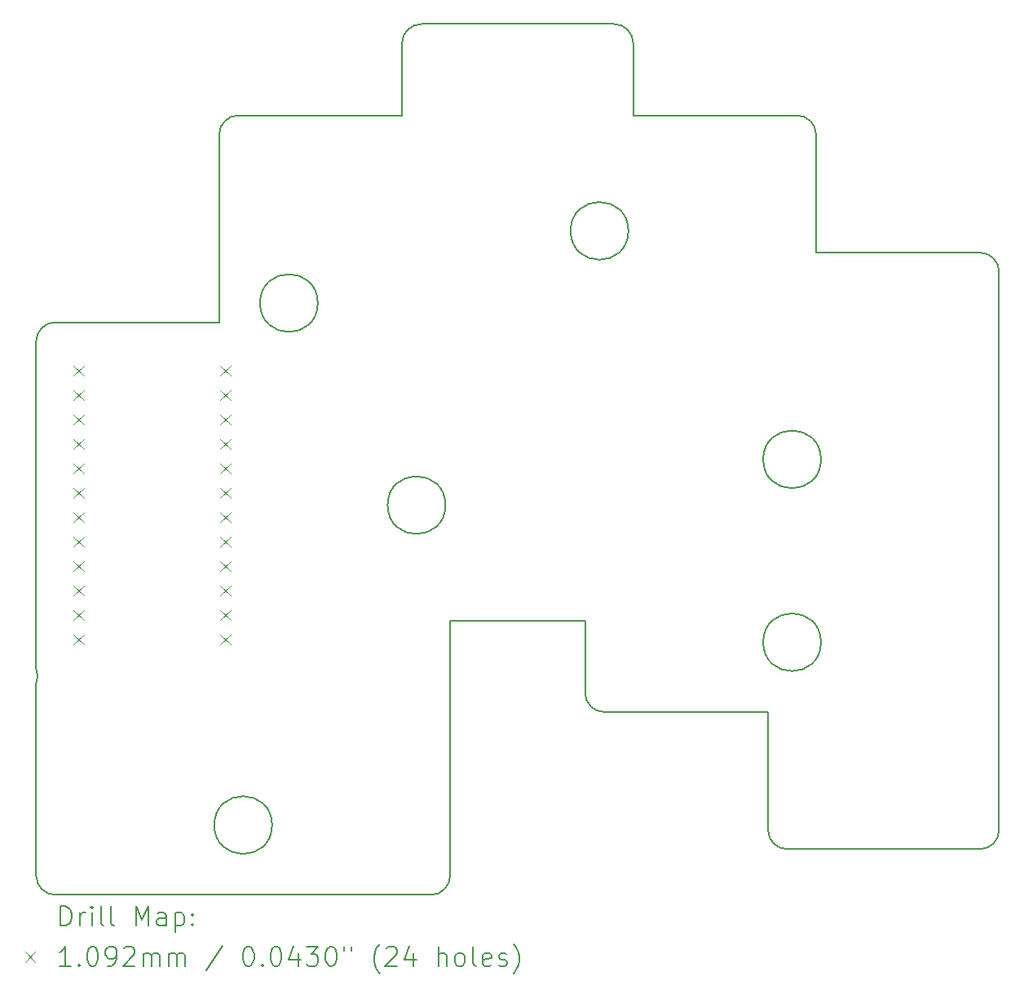
<source format=gbr>
%TF.GenerationSoftware,KiCad,Pcbnew,8.0.1*%
%TF.CreationDate,2024-11-14T23:02:23-08:00*%
%TF.ProjectId,roo_right_autorouted,726f6f5f-7269-4676-9874-5f6175746f72,0.1.0*%
%TF.SameCoordinates,Original*%
%TF.FileFunction,Drillmap*%
%TF.FilePolarity,Positive*%
%FSLAX45Y45*%
G04 Gerber Fmt 4.5, Leading zero omitted, Abs format (unit mm)*
G04 Created by KiCad (PCBNEW 8.0.1) date 2024-11-14 23:02:23*
%MOMM*%
%LPD*%
G01*
G04 APERTURE LIST*
%ADD10C,0.150000*%
%ADD11C,0.200000*%
%ADD12C,0.109220*%
G04 APERTURE END LIST*
D10*
X24058579Y-17658579D02*
X26058579Y-17658579D01*
X26258579Y-17458579D02*
G75*
G02*
X26058579Y-17658579I-200000J0D01*
G01*
X26258579Y-17458579D02*
X26258579Y-11658579D01*
X26058579Y-11458579D02*
G75*
G02*
X26258579Y-11658579I0J-200000D01*
G01*
X26058579Y-11458579D02*
X24358579Y-11458579D01*
X24358579Y-11458579D02*
X24358579Y-10233579D01*
X24158579Y-10033579D02*
G75*
G02*
X24358579Y-10233579I0J-200000D01*
G01*
X24158579Y-10033579D02*
X22458579Y-10033579D01*
X22458579Y-10033579D02*
X22458579Y-9283579D01*
X22258579Y-9083579D02*
G75*
G02*
X22458579Y-9283579I0J-200000D01*
G01*
X22258579Y-9083579D02*
X20258579Y-9083579D01*
X20058579Y-9283579D02*
G75*
G02*
X20258579Y-9083579I200000J0D01*
G01*
X20058579Y-9283579D02*
X20058579Y-10033579D01*
X20058579Y-10033579D02*
X18358579Y-10033579D01*
X18158579Y-10233579D02*
G75*
G02*
X18358579Y-10033579I200000J0D01*
G01*
X18158579Y-12183579D02*
X18158579Y-10233579D01*
X16258579Y-15933579D02*
G75*
G02*
X16273174Y-15858579I200002J0D01*
G01*
X16258579Y-15933579D02*
X16258579Y-17933579D01*
X16458579Y-18133579D02*
G75*
G02*
X16258579Y-17933579I0J200000D01*
G01*
X16458579Y-18133579D02*
X20358579Y-18133579D01*
X20558579Y-17933579D02*
G75*
G02*
X20358579Y-18133579I-200000J0D01*
G01*
X20558579Y-17933579D02*
X20558579Y-15283579D01*
X20558579Y-15283579D02*
X21958579Y-15283579D01*
X21958579Y-15283579D02*
X21958579Y-16033579D01*
X22158579Y-16233579D02*
G75*
G02*
X21958579Y-16033579I0J200000D01*
G01*
X22158579Y-16233579D02*
X23858579Y-16233579D01*
X23858579Y-16233579D02*
X23858579Y-17458579D01*
X24058579Y-17658579D02*
G75*
G02*
X23858579Y-17458579I0J200000D01*
G01*
X18158579Y-12183579D02*
X16458579Y-12183579D01*
X16258579Y-12383579D02*
G75*
G02*
X16458579Y-12183579I200000J0D01*
G01*
X16258579Y-12383579D02*
X16258579Y-15783579D01*
X16273174Y-15858579D02*
G75*
G02*
X16258579Y-15783579I185408J75001D01*
G01*
X24408579Y-15508579D02*
G75*
G02*
X23808579Y-15508579I-300000J0D01*
G01*
X23808579Y-15508579D02*
G75*
G02*
X24408579Y-15508579I300000J0D01*
G01*
X24408579Y-13608579D02*
G75*
G02*
X23808579Y-13608579I-300000J0D01*
G01*
X23808579Y-13608579D02*
G75*
G02*
X24408579Y-13608579I300000J0D01*
G01*
X20508579Y-14083579D02*
G75*
G02*
X19908579Y-14083579I-300000J0D01*
G01*
X19908579Y-14083579D02*
G75*
G02*
X20508579Y-14083579I300000J0D01*
G01*
X22408579Y-11233579D02*
G75*
G02*
X21808579Y-11233579I-300000J0D01*
G01*
X21808579Y-11233579D02*
G75*
G02*
X22408579Y-11233579I300000J0D01*
G01*
X18708579Y-17408579D02*
G75*
G02*
X18108579Y-17408579I-300000J0D01*
G01*
X18108579Y-17408579D02*
G75*
G02*
X18708579Y-17408579I300000J0D01*
G01*
X19183579Y-11983579D02*
G75*
G02*
X18583579Y-11983579I-300000J0D01*
G01*
X18583579Y-11983579D02*
G75*
G02*
X19183579Y-11983579I300000J0D01*
G01*
D11*
D12*
X16641970Y-12631970D02*
X16751190Y-12741190D01*
X16751190Y-12631970D02*
X16641970Y-12741190D01*
X16641970Y-12885970D02*
X16751190Y-12995190D01*
X16751190Y-12885970D02*
X16641970Y-12995190D01*
X16641970Y-13139970D02*
X16751190Y-13249190D01*
X16751190Y-13139970D02*
X16641970Y-13249190D01*
X16641970Y-13393970D02*
X16751190Y-13503190D01*
X16751190Y-13393970D02*
X16641970Y-13503190D01*
X16641970Y-13647970D02*
X16751190Y-13757190D01*
X16751190Y-13647970D02*
X16641970Y-13757190D01*
X16641970Y-13901970D02*
X16751190Y-14011190D01*
X16751190Y-13901970D02*
X16641970Y-14011190D01*
X16641970Y-14155970D02*
X16751190Y-14265190D01*
X16751190Y-14155970D02*
X16641970Y-14265190D01*
X16641970Y-14409970D02*
X16751190Y-14519190D01*
X16751190Y-14409970D02*
X16641970Y-14519190D01*
X16641970Y-14663970D02*
X16751190Y-14773190D01*
X16751190Y-14663970D02*
X16641970Y-14773190D01*
X16641970Y-14917970D02*
X16751190Y-15027190D01*
X16751190Y-14917970D02*
X16641970Y-15027190D01*
X16641970Y-15171970D02*
X16751190Y-15281190D01*
X16751190Y-15171970D02*
X16641970Y-15281190D01*
X16641970Y-15425970D02*
X16751190Y-15535190D01*
X16751190Y-15425970D02*
X16641970Y-15535190D01*
X18165970Y-12631970D02*
X18275190Y-12741190D01*
X18275190Y-12631970D02*
X18165970Y-12741190D01*
X18165970Y-12885970D02*
X18275190Y-12995190D01*
X18275190Y-12885970D02*
X18165970Y-12995190D01*
X18165970Y-13139970D02*
X18275190Y-13249190D01*
X18275190Y-13139970D02*
X18165970Y-13249190D01*
X18165970Y-13393970D02*
X18275190Y-13503190D01*
X18275190Y-13393970D02*
X18165970Y-13503190D01*
X18165970Y-13647970D02*
X18275190Y-13757190D01*
X18275190Y-13647970D02*
X18165970Y-13757190D01*
X18165970Y-13901970D02*
X18275190Y-14011190D01*
X18275190Y-13901970D02*
X18165970Y-14011190D01*
X18165970Y-14155970D02*
X18275190Y-14265190D01*
X18275190Y-14155970D02*
X18165970Y-14265190D01*
X18165970Y-14409970D02*
X18275190Y-14519190D01*
X18275190Y-14409970D02*
X18165970Y-14519190D01*
X18165970Y-14663970D02*
X18275190Y-14773190D01*
X18275190Y-14663970D02*
X18165970Y-14773190D01*
X18165970Y-14917970D02*
X18275190Y-15027190D01*
X18275190Y-14917970D02*
X18165970Y-15027190D01*
X18165970Y-15171970D02*
X18275190Y-15281190D01*
X18275190Y-15171970D02*
X18165970Y-15281190D01*
X18165970Y-15425970D02*
X18275190Y-15535190D01*
X18275190Y-15425970D02*
X18165970Y-15535190D01*
D11*
X16511855Y-18452562D02*
X16511855Y-18252562D01*
X16511855Y-18252562D02*
X16559474Y-18252562D01*
X16559474Y-18252562D02*
X16588046Y-18262086D01*
X16588046Y-18262086D02*
X16607093Y-18281134D01*
X16607093Y-18281134D02*
X16616617Y-18300181D01*
X16616617Y-18300181D02*
X16626141Y-18338277D01*
X16626141Y-18338277D02*
X16626141Y-18366848D01*
X16626141Y-18366848D02*
X16616617Y-18404943D01*
X16616617Y-18404943D02*
X16607093Y-18423991D01*
X16607093Y-18423991D02*
X16588046Y-18443039D01*
X16588046Y-18443039D02*
X16559474Y-18452562D01*
X16559474Y-18452562D02*
X16511855Y-18452562D01*
X16711855Y-18452562D02*
X16711855Y-18319229D01*
X16711855Y-18357324D02*
X16721379Y-18338277D01*
X16721379Y-18338277D02*
X16730903Y-18328753D01*
X16730903Y-18328753D02*
X16749951Y-18319229D01*
X16749951Y-18319229D02*
X16768998Y-18319229D01*
X16835665Y-18452562D02*
X16835665Y-18319229D01*
X16835665Y-18252562D02*
X16826141Y-18262086D01*
X16826141Y-18262086D02*
X16835665Y-18271610D01*
X16835665Y-18271610D02*
X16845189Y-18262086D01*
X16845189Y-18262086D02*
X16835665Y-18252562D01*
X16835665Y-18252562D02*
X16835665Y-18271610D01*
X16959474Y-18452562D02*
X16940427Y-18443039D01*
X16940427Y-18443039D02*
X16930903Y-18423991D01*
X16930903Y-18423991D02*
X16930903Y-18252562D01*
X17064236Y-18452562D02*
X17045189Y-18443039D01*
X17045189Y-18443039D02*
X17035665Y-18423991D01*
X17035665Y-18423991D02*
X17035665Y-18252562D01*
X17292808Y-18452562D02*
X17292808Y-18252562D01*
X17292808Y-18252562D02*
X17359475Y-18395420D01*
X17359475Y-18395420D02*
X17426141Y-18252562D01*
X17426141Y-18252562D02*
X17426141Y-18452562D01*
X17607094Y-18452562D02*
X17607094Y-18347801D01*
X17607094Y-18347801D02*
X17597570Y-18328753D01*
X17597570Y-18328753D02*
X17578522Y-18319229D01*
X17578522Y-18319229D02*
X17540427Y-18319229D01*
X17540427Y-18319229D02*
X17521379Y-18328753D01*
X17607094Y-18443039D02*
X17588046Y-18452562D01*
X17588046Y-18452562D02*
X17540427Y-18452562D01*
X17540427Y-18452562D02*
X17521379Y-18443039D01*
X17521379Y-18443039D02*
X17511855Y-18423991D01*
X17511855Y-18423991D02*
X17511855Y-18404943D01*
X17511855Y-18404943D02*
X17521379Y-18385896D01*
X17521379Y-18385896D02*
X17540427Y-18376372D01*
X17540427Y-18376372D02*
X17588046Y-18376372D01*
X17588046Y-18376372D02*
X17607094Y-18366848D01*
X17702332Y-18319229D02*
X17702332Y-18519229D01*
X17702332Y-18328753D02*
X17721379Y-18319229D01*
X17721379Y-18319229D02*
X17759475Y-18319229D01*
X17759475Y-18319229D02*
X17778522Y-18328753D01*
X17778522Y-18328753D02*
X17788046Y-18338277D01*
X17788046Y-18338277D02*
X17797570Y-18357324D01*
X17797570Y-18357324D02*
X17797570Y-18414467D01*
X17797570Y-18414467D02*
X17788046Y-18433515D01*
X17788046Y-18433515D02*
X17778522Y-18443039D01*
X17778522Y-18443039D02*
X17759475Y-18452562D01*
X17759475Y-18452562D02*
X17721379Y-18452562D01*
X17721379Y-18452562D02*
X17702332Y-18443039D01*
X17883284Y-18433515D02*
X17892808Y-18443039D01*
X17892808Y-18443039D02*
X17883284Y-18452562D01*
X17883284Y-18452562D02*
X17873760Y-18443039D01*
X17873760Y-18443039D02*
X17883284Y-18433515D01*
X17883284Y-18433515D02*
X17883284Y-18452562D01*
X17883284Y-18328753D02*
X17892808Y-18338277D01*
X17892808Y-18338277D02*
X17883284Y-18347801D01*
X17883284Y-18347801D02*
X17873760Y-18338277D01*
X17873760Y-18338277D02*
X17883284Y-18328753D01*
X17883284Y-18328753D02*
X17883284Y-18347801D01*
D12*
X16141859Y-18726469D02*
X16251079Y-18835689D01*
X16251079Y-18726469D02*
X16141859Y-18835689D01*
D11*
X16616617Y-18872562D02*
X16502332Y-18872562D01*
X16559474Y-18872562D02*
X16559474Y-18672562D01*
X16559474Y-18672562D02*
X16540427Y-18701134D01*
X16540427Y-18701134D02*
X16521379Y-18720181D01*
X16521379Y-18720181D02*
X16502332Y-18729705D01*
X16702332Y-18853515D02*
X16711855Y-18863039D01*
X16711855Y-18863039D02*
X16702332Y-18872562D01*
X16702332Y-18872562D02*
X16692808Y-18863039D01*
X16692808Y-18863039D02*
X16702332Y-18853515D01*
X16702332Y-18853515D02*
X16702332Y-18872562D01*
X16835665Y-18672562D02*
X16854713Y-18672562D01*
X16854713Y-18672562D02*
X16873760Y-18682086D01*
X16873760Y-18682086D02*
X16883284Y-18691610D01*
X16883284Y-18691610D02*
X16892808Y-18710658D01*
X16892808Y-18710658D02*
X16902332Y-18748753D01*
X16902332Y-18748753D02*
X16902332Y-18796372D01*
X16902332Y-18796372D02*
X16892808Y-18834467D01*
X16892808Y-18834467D02*
X16883284Y-18853515D01*
X16883284Y-18853515D02*
X16873760Y-18863039D01*
X16873760Y-18863039D02*
X16854713Y-18872562D01*
X16854713Y-18872562D02*
X16835665Y-18872562D01*
X16835665Y-18872562D02*
X16816617Y-18863039D01*
X16816617Y-18863039D02*
X16807094Y-18853515D01*
X16807094Y-18853515D02*
X16797570Y-18834467D01*
X16797570Y-18834467D02*
X16788046Y-18796372D01*
X16788046Y-18796372D02*
X16788046Y-18748753D01*
X16788046Y-18748753D02*
X16797570Y-18710658D01*
X16797570Y-18710658D02*
X16807094Y-18691610D01*
X16807094Y-18691610D02*
X16816617Y-18682086D01*
X16816617Y-18682086D02*
X16835665Y-18672562D01*
X16997570Y-18872562D02*
X17035665Y-18872562D01*
X17035665Y-18872562D02*
X17054713Y-18863039D01*
X17054713Y-18863039D02*
X17064236Y-18853515D01*
X17064236Y-18853515D02*
X17083284Y-18824943D01*
X17083284Y-18824943D02*
X17092808Y-18786848D01*
X17092808Y-18786848D02*
X17092808Y-18710658D01*
X17092808Y-18710658D02*
X17083284Y-18691610D01*
X17083284Y-18691610D02*
X17073760Y-18682086D01*
X17073760Y-18682086D02*
X17054713Y-18672562D01*
X17054713Y-18672562D02*
X17016617Y-18672562D01*
X17016617Y-18672562D02*
X16997570Y-18682086D01*
X16997570Y-18682086D02*
X16988046Y-18691610D01*
X16988046Y-18691610D02*
X16978522Y-18710658D01*
X16978522Y-18710658D02*
X16978522Y-18758277D01*
X16978522Y-18758277D02*
X16988046Y-18777324D01*
X16988046Y-18777324D02*
X16997570Y-18786848D01*
X16997570Y-18786848D02*
X17016617Y-18796372D01*
X17016617Y-18796372D02*
X17054713Y-18796372D01*
X17054713Y-18796372D02*
X17073760Y-18786848D01*
X17073760Y-18786848D02*
X17083284Y-18777324D01*
X17083284Y-18777324D02*
X17092808Y-18758277D01*
X17168998Y-18691610D02*
X17178522Y-18682086D01*
X17178522Y-18682086D02*
X17197570Y-18672562D01*
X17197570Y-18672562D02*
X17245189Y-18672562D01*
X17245189Y-18672562D02*
X17264236Y-18682086D01*
X17264236Y-18682086D02*
X17273760Y-18691610D01*
X17273760Y-18691610D02*
X17283284Y-18710658D01*
X17283284Y-18710658D02*
X17283284Y-18729705D01*
X17283284Y-18729705D02*
X17273760Y-18758277D01*
X17273760Y-18758277D02*
X17159475Y-18872562D01*
X17159475Y-18872562D02*
X17283284Y-18872562D01*
X17368998Y-18872562D02*
X17368998Y-18739229D01*
X17368998Y-18758277D02*
X17378522Y-18748753D01*
X17378522Y-18748753D02*
X17397570Y-18739229D01*
X17397570Y-18739229D02*
X17426141Y-18739229D01*
X17426141Y-18739229D02*
X17445189Y-18748753D01*
X17445189Y-18748753D02*
X17454713Y-18767801D01*
X17454713Y-18767801D02*
X17454713Y-18872562D01*
X17454713Y-18767801D02*
X17464236Y-18748753D01*
X17464236Y-18748753D02*
X17483284Y-18739229D01*
X17483284Y-18739229D02*
X17511855Y-18739229D01*
X17511855Y-18739229D02*
X17530903Y-18748753D01*
X17530903Y-18748753D02*
X17540427Y-18767801D01*
X17540427Y-18767801D02*
X17540427Y-18872562D01*
X17635665Y-18872562D02*
X17635665Y-18739229D01*
X17635665Y-18758277D02*
X17645189Y-18748753D01*
X17645189Y-18748753D02*
X17664236Y-18739229D01*
X17664236Y-18739229D02*
X17692808Y-18739229D01*
X17692808Y-18739229D02*
X17711856Y-18748753D01*
X17711856Y-18748753D02*
X17721379Y-18767801D01*
X17721379Y-18767801D02*
X17721379Y-18872562D01*
X17721379Y-18767801D02*
X17730903Y-18748753D01*
X17730903Y-18748753D02*
X17749951Y-18739229D01*
X17749951Y-18739229D02*
X17778522Y-18739229D01*
X17778522Y-18739229D02*
X17797570Y-18748753D01*
X17797570Y-18748753D02*
X17807094Y-18767801D01*
X17807094Y-18767801D02*
X17807094Y-18872562D01*
X18197570Y-18663039D02*
X18026141Y-18920181D01*
X18454713Y-18672562D02*
X18473760Y-18672562D01*
X18473760Y-18672562D02*
X18492808Y-18682086D01*
X18492808Y-18682086D02*
X18502332Y-18691610D01*
X18502332Y-18691610D02*
X18511856Y-18710658D01*
X18511856Y-18710658D02*
X18521379Y-18748753D01*
X18521379Y-18748753D02*
X18521379Y-18796372D01*
X18521379Y-18796372D02*
X18511856Y-18834467D01*
X18511856Y-18834467D02*
X18502332Y-18853515D01*
X18502332Y-18853515D02*
X18492808Y-18863039D01*
X18492808Y-18863039D02*
X18473760Y-18872562D01*
X18473760Y-18872562D02*
X18454713Y-18872562D01*
X18454713Y-18872562D02*
X18435665Y-18863039D01*
X18435665Y-18863039D02*
X18426141Y-18853515D01*
X18426141Y-18853515D02*
X18416618Y-18834467D01*
X18416618Y-18834467D02*
X18407094Y-18796372D01*
X18407094Y-18796372D02*
X18407094Y-18748753D01*
X18407094Y-18748753D02*
X18416618Y-18710658D01*
X18416618Y-18710658D02*
X18426141Y-18691610D01*
X18426141Y-18691610D02*
X18435665Y-18682086D01*
X18435665Y-18682086D02*
X18454713Y-18672562D01*
X18607094Y-18853515D02*
X18616618Y-18863039D01*
X18616618Y-18863039D02*
X18607094Y-18872562D01*
X18607094Y-18872562D02*
X18597570Y-18863039D01*
X18597570Y-18863039D02*
X18607094Y-18853515D01*
X18607094Y-18853515D02*
X18607094Y-18872562D01*
X18740427Y-18672562D02*
X18759475Y-18672562D01*
X18759475Y-18672562D02*
X18778522Y-18682086D01*
X18778522Y-18682086D02*
X18788046Y-18691610D01*
X18788046Y-18691610D02*
X18797570Y-18710658D01*
X18797570Y-18710658D02*
X18807094Y-18748753D01*
X18807094Y-18748753D02*
X18807094Y-18796372D01*
X18807094Y-18796372D02*
X18797570Y-18834467D01*
X18797570Y-18834467D02*
X18788046Y-18853515D01*
X18788046Y-18853515D02*
X18778522Y-18863039D01*
X18778522Y-18863039D02*
X18759475Y-18872562D01*
X18759475Y-18872562D02*
X18740427Y-18872562D01*
X18740427Y-18872562D02*
X18721379Y-18863039D01*
X18721379Y-18863039D02*
X18711856Y-18853515D01*
X18711856Y-18853515D02*
X18702332Y-18834467D01*
X18702332Y-18834467D02*
X18692808Y-18796372D01*
X18692808Y-18796372D02*
X18692808Y-18748753D01*
X18692808Y-18748753D02*
X18702332Y-18710658D01*
X18702332Y-18710658D02*
X18711856Y-18691610D01*
X18711856Y-18691610D02*
X18721379Y-18682086D01*
X18721379Y-18682086D02*
X18740427Y-18672562D01*
X18978522Y-18739229D02*
X18978522Y-18872562D01*
X18930903Y-18663039D02*
X18883284Y-18805896D01*
X18883284Y-18805896D02*
X19007094Y-18805896D01*
X19064237Y-18672562D02*
X19188046Y-18672562D01*
X19188046Y-18672562D02*
X19121379Y-18748753D01*
X19121379Y-18748753D02*
X19149951Y-18748753D01*
X19149951Y-18748753D02*
X19168999Y-18758277D01*
X19168999Y-18758277D02*
X19178522Y-18767801D01*
X19178522Y-18767801D02*
X19188046Y-18786848D01*
X19188046Y-18786848D02*
X19188046Y-18834467D01*
X19188046Y-18834467D02*
X19178522Y-18853515D01*
X19178522Y-18853515D02*
X19168999Y-18863039D01*
X19168999Y-18863039D02*
X19149951Y-18872562D01*
X19149951Y-18872562D02*
X19092808Y-18872562D01*
X19092808Y-18872562D02*
X19073760Y-18863039D01*
X19073760Y-18863039D02*
X19064237Y-18853515D01*
X19311856Y-18672562D02*
X19330903Y-18672562D01*
X19330903Y-18672562D02*
X19349951Y-18682086D01*
X19349951Y-18682086D02*
X19359475Y-18691610D01*
X19359475Y-18691610D02*
X19368999Y-18710658D01*
X19368999Y-18710658D02*
X19378522Y-18748753D01*
X19378522Y-18748753D02*
X19378522Y-18796372D01*
X19378522Y-18796372D02*
X19368999Y-18834467D01*
X19368999Y-18834467D02*
X19359475Y-18853515D01*
X19359475Y-18853515D02*
X19349951Y-18863039D01*
X19349951Y-18863039D02*
X19330903Y-18872562D01*
X19330903Y-18872562D02*
X19311856Y-18872562D01*
X19311856Y-18872562D02*
X19292808Y-18863039D01*
X19292808Y-18863039D02*
X19283284Y-18853515D01*
X19283284Y-18853515D02*
X19273760Y-18834467D01*
X19273760Y-18834467D02*
X19264237Y-18796372D01*
X19264237Y-18796372D02*
X19264237Y-18748753D01*
X19264237Y-18748753D02*
X19273760Y-18710658D01*
X19273760Y-18710658D02*
X19283284Y-18691610D01*
X19283284Y-18691610D02*
X19292808Y-18682086D01*
X19292808Y-18682086D02*
X19311856Y-18672562D01*
X19454713Y-18672562D02*
X19454713Y-18710658D01*
X19530903Y-18672562D02*
X19530903Y-18710658D01*
X19826142Y-18948753D02*
X19816618Y-18939229D01*
X19816618Y-18939229D02*
X19797570Y-18910658D01*
X19797570Y-18910658D02*
X19788046Y-18891610D01*
X19788046Y-18891610D02*
X19778522Y-18863039D01*
X19778522Y-18863039D02*
X19768999Y-18815420D01*
X19768999Y-18815420D02*
X19768999Y-18777324D01*
X19768999Y-18777324D02*
X19778522Y-18729705D01*
X19778522Y-18729705D02*
X19788046Y-18701134D01*
X19788046Y-18701134D02*
X19797570Y-18682086D01*
X19797570Y-18682086D02*
X19816618Y-18653515D01*
X19816618Y-18653515D02*
X19826142Y-18643991D01*
X19892808Y-18691610D02*
X19902332Y-18682086D01*
X19902332Y-18682086D02*
X19921380Y-18672562D01*
X19921380Y-18672562D02*
X19968999Y-18672562D01*
X19968999Y-18672562D02*
X19988046Y-18682086D01*
X19988046Y-18682086D02*
X19997570Y-18691610D01*
X19997570Y-18691610D02*
X20007094Y-18710658D01*
X20007094Y-18710658D02*
X20007094Y-18729705D01*
X20007094Y-18729705D02*
X19997570Y-18758277D01*
X19997570Y-18758277D02*
X19883284Y-18872562D01*
X19883284Y-18872562D02*
X20007094Y-18872562D01*
X20178522Y-18739229D02*
X20178522Y-18872562D01*
X20130903Y-18663039D02*
X20083284Y-18805896D01*
X20083284Y-18805896D02*
X20207094Y-18805896D01*
X20435665Y-18872562D02*
X20435665Y-18672562D01*
X20521380Y-18872562D02*
X20521380Y-18767801D01*
X20521380Y-18767801D02*
X20511856Y-18748753D01*
X20511856Y-18748753D02*
X20492808Y-18739229D01*
X20492808Y-18739229D02*
X20464237Y-18739229D01*
X20464237Y-18739229D02*
X20445189Y-18748753D01*
X20445189Y-18748753D02*
X20435665Y-18758277D01*
X20645189Y-18872562D02*
X20626142Y-18863039D01*
X20626142Y-18863039D02*
X20616618Y-18853515D01*
X20616618Y-18853515D02*
X20607094Y-18834467D01*
X20607094Y-18834467D02*
X20607094Y-18777324D01*
X20607094Y-18777324D02*
X20616618Y-18758277D01*
X20616618Y-18758277D02*
X20626142Y-18748753D01*
X20626142Y-18748753D02*
X20645189Y-18739229D01*
X20645189Y-18739229D02*
X20673761Y-18739229D01*
X20673761Y-18739229D02*
X20692808Y-18748753D01*
X20692808Y-18748753D02*
X20702332Y-18758277D01*
X20702332Y-18758277D02*
X20711856Y-18777324D01*
X20711856Y-18777324D02*
X20711856Y-18834467D01*
X20711856Y-18834467D02*
X20702332Y-18853515D01*
X20702332Y-18853515D02*
X20692808Y-18863039D01*
X20692808Y-18863039D02*
X20673761Y-18872562D01*
X20673761Y-18872562D02*
X20645189Y-18872562D01*
X20826142Y-18872562D02*
X20807094Y-18863039D01*
X20807094Y-18863039D02*
X20797570Y-18843991D01*
X20797570Y-18843991D02*
X20797570Y-18672562D01*
X20978523Y-18863039D02*
X20959475Y-18872562D01*
X20959475Y-18872562D02*
X20921380Y-18872562D01*
X20921380Y-18872562D02*
X20902332Y-18863039D01*
X20902332Y-18863039D02*
X20892808Y-18843991D01*
X20892808Y-18843991D02*
X20892808Y-18767801D01*
X20892808Y-18767801D02*
X20902332Y-18748753D01*
X20902332Y-18748753D02*
X20921380Y-18739229D01*
X20921380Y-18739229D02*
X20959475Y-18739229D01*
X20959475Y-18739229D02*
X20978523Y-18748753D01*
X20978523Y-18748753D02*
X20988046Y-18767801D01*
X20988046Y-18767801D02*
X20988046Y-18786848D01*
X20988046Y-18786848D02*
X20892808Y-18805896D01*
X21064237Y-18863039D02*
X21083284Y-18872562D01*
X21083284Y-18872562D02*
X21121380Y-18872562D01*
X21121380Y-18872562D02*
X21140427Y-18863039D01*
X21140427Y-18863039D02*
X21149951Y-18843991D01*
X21149951Y-18843991D02*
X21149951Y-18834467D01*
X21149951Y-18834467D02*
X21140427Y-18815420D01*
X21140427Y-18815420D02*
X21121380Y-18805896D01*
X21121380Y-18805896D02*
X21092808Y-18805896D01*
X21092808Y-18805896D02*
X21073761Y-18796372D01*
X21073761Y-18796372D02*
X21064237Y-18777324D01*
X21064237Y-18777324D02*
X21064237Y-18767801D01*
X21064237Y-18767801D02*
X21073761Y-18748753D01*
X21073761Y-18748753D02*
X21092808Y-18739229D01*
X21092808Y-18739229D02*
X21121380Y-18739229D01*
X21121380Y-18739229D02*
X21140427Y-18748753D01*
X21216618Y-18948753D02*
X21226142Y-18939229D01*
X21226142Y-18939229D02*
X21245189Y-18910658D01*
X21245189Y-18910658D02*
X21254713Y-18891610D01*
X21254713Y-18891610D02*
X21264237Y-18863039D01*
X21264237Y-18863039D02*
X21273761Y-18815420D01*
X21273761Y-18815420D02*
X21273761Y-18777324D01*
X21273761Y-18777324D02*
X21264237Y-18729705D01*
X21264237Y-18729705D02*
X21254713Y-18701134D01*
X21254713Y-18701134D02*
X21245189Y-18682086D01*
X21245189Y-18682086D02*
X21226142Y-18653515D01*
X21226142Y-18653515D02*
X21216618Y-18643991D01*
M02*

</source>
